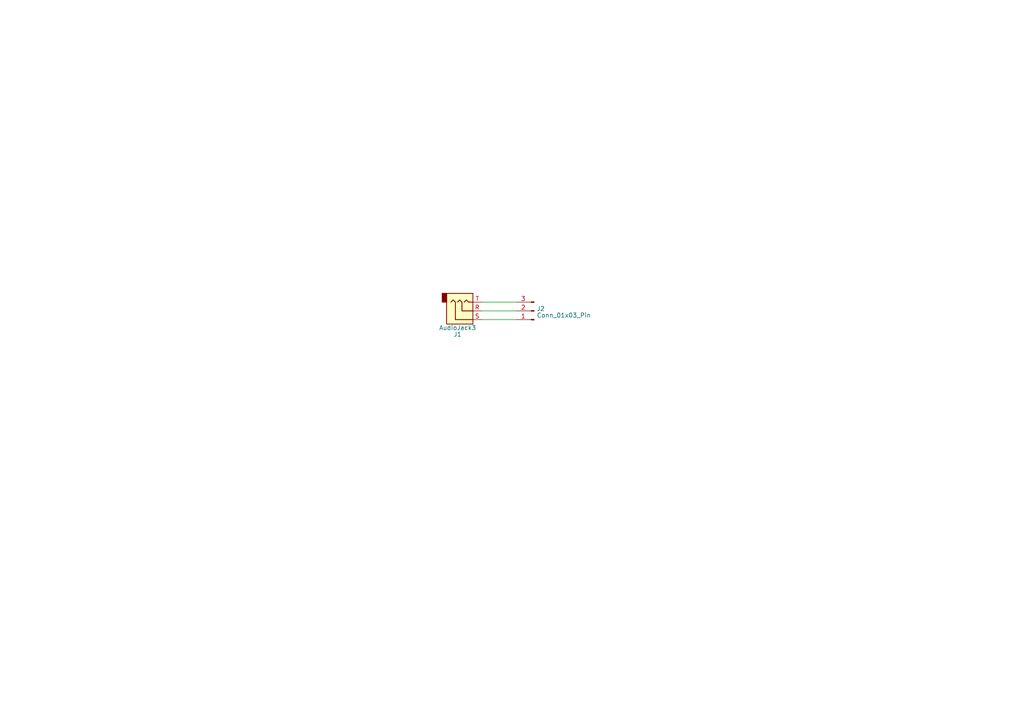
<source format=kicad_sch>
(kicad_sch (version 20230121) (generator eeschema)

  (uuid 8ea5ec2b-f607-4cf9-b19c-1299aa88fcc9)

  (paper "A4")

  (title_block
    (title "3.5mm-TRS-Jack-chan")
    (date "2023-11-17")
    (rev "20231117")
    (company "Kinoshita Laboratory")
  )

  (lib_symbols
    (symbol "Connector:Conn_01x03_Pin" (pin_names (offset 1.016) hide) (in_bom yes) (on_board yes)
      (property "Reference" "J" (at 0 5.08 0)
        (effects (font (size 1.27 1.27)))
      )
      (property "Value" "Conn_01x03_Pin" (at 0 -5.08 0)
        (effects (font (size 1.27 1.27)))
      )
      (property "Footprint" "" (at 0 0 0)
        (effects (font (size 1.27 1.27)) hide)
      )
      (property "Datasheet" "~" (at 0 0 0)
        (effects (font (size 1.27 1.27)) hide)
      )
      (property "ki_locked" "" (at 0 0 0)
        (effects (font (size 1.27 1.27)))
      )
      (property "ki_keywords" "connector" (at 0 0 0)
        (effects (font (size 1.27 1.27)) hide)
      )
      (property "ki_description" "Generic connector, single row, 01x03, script generated" (at 0 0 0)
        (effects (font (size 1.27 1.27)) hide)
      )
      (property "ki_fp_filters" "Connector*:*_1x??_*" (at 0 0 0)
        (effects (font (size 1.27 1.27)) hide)
      )
      (symbol "Conn_01x03_Pin_1_1"
        (polyline
          (pts
            (xy 1.27 -2.54)
            (xy 0.8636 -2.54)
          )
          (stroke (width 0.1524) (type default))
          (fill (type none))
        )
        (polyline
          (pts
            (xy 1.27 0)
            (xy 0.8636 0)
          )
          (stroke (width 0.1524) (type default))
          (fill (type none))
        )
        (polyline
          (pts
            (xy 1.27 2.54)
            (xy 0.8636 2.54)
          )
          (stroke (width 0.1524) (type default))
          (fill (type none))
        )
        (rectangle (start 0.8636 -2.413) (end 0 -2.667)
          (stroke (width 0.1524) (type default))
          (fill (type outline))
        )
        (rectangle (start 0.8636 0.127) (end 0 -0.127)
          (stroke (width 0.1524) (type default))
          (fill (type outline))
        )
        (rectangle (start 0.8636 2.667) (end 0 2.413)
          (stroke (width 0.1524) (type default))
          (fill (type outline))
        )
        (pin passive line (at 5.08 2.54 180) (length 3.81)
          (name "Pin_1" (effects (font (size 1.27 1.27))))
          (number "1" (effects (font (size 1.27 1.27))))
        )
        (pin passive line (at 5.08 0 180) (length 3.81)
          (name "Pin_2" (effects (font (size 1.27 1.27))))
          (number "2" (effects (font (size 1.27 1.27))))
        )
        (pin passive line (at 5.08 -2.54 180) (length 3.81)
          (name "Pin_3" (effects (font (size 1.27 1.27))))
          (number "3" (effects (font (size 1.27 1.27))))
        )
      )
    )
    (symbol "Connector_Audio:AudioJack3" (in_bom yes) (on_board yes)
      (property "Reference" "J" (at 0 8.89 0)
        (effects (font (size 1.27 1.27)))
      )
      (property "Value" "AudioJack3" (at 0 6.35 0)
        (effects (font (size 1.27 1.27)))
      )
      (property "Footprint" "" (at 0 0 0)
        (effects (font (size 1.27 1.27)) hide)
      )
      (property "Datasheet" "~" (at 0 0 0)
        (effects (font (size 1.27 1.27)) hide)
      )
      (property "ki_keywords" "audio jack receptacle stereo headphones phones TRS connector" (at 0 0 0)
        (effects (font (size 1.27 1.27)) hide)
      )
      (property "ki_description" "Audio Jack, 3 Poles (Stereo / TRS)" (at 0 0 0)
        (effects (font (size 1.27 1.27)) hide)
      )
      (property "ki_fp_filters" "Jack*" (at 0 0 0)
        (effects (font (size 1.27 1.27)) hide)
      )
      (symbol "AudioJack3_0_1"
        (rectangle (start -5.08 -5.08) (end -6.35 -2.54)
          (stroke (width 0.254) (type default))
          (fill (type outline))
        )
        (polyline
          (pts
            (xy 0 -2.54)
            (xy 0.635 -3.175)
            (xy 1.27 -2.54)
            (xy 2.54 -2.54)
          )
          (stroke (width 0.254) (type default))
          (fill (type none))
        )
        (polyline
          (pts
            (xy -1.905 -2.54)
            (xy -1.27 -3.175)
            (xy -0.635 -2.54)
            (xy -0.635 0)
            (xy 2.54 0)
          )
          (stroke (width 0.254) (type default))
          (fill (type none))
        )
        (polyline
          (pts
            (xy 2.54 2.54)
            (xy -2.54 2.54)
            (xy -2.54 -2.54)
            (xy -3.175 -3.175)
            (xy -3.81 -2.54)
          )
          (stroke (width 0.254) (type default))
          (fill (type none))
        )
        (rectangle (start 2.54 3.81) (end -5.08 -5.08)
          (stroke (width 0.254) (type default))
          (fill (type background))
        )
      )
      (symbol "AudioJack3_1_1"
        (pin passive line (at 5.08 0 180) (length 2.54)
          (name "~" (effects (font (size 1.27 1.27))))
          (number "R" (effects (font (size 1.27 1.27))))
        )
        (pin passive line (at 5.08 2.54 180) (length 2.54)
          (name "~" (effects (font (size 1.27 1.27))))
          (number "S" (effects (font (size 1.27 1.27))))
        )
        (pin passive line (at 5.08 -2.54 180) (length 2.54)
          (name "~" (effects (font (size 1.27 1.27))))
          (number "T" (effects (font (size 1.27 1.27))))
        )
      )
    )
  )


  (wire (pts (xy 139.7 90.17) (xy 149.86 90.17))
    (stroke (width 0) (type default))
    (uuid 5cde9b19-2cb5-49bb-9c5b-6cab75a78b09)
  )
  (wire (pts (xy 139.7 87.63) (xy 149.86 87.63))
    (stroke (width 0) (type default))
    (uuid c2b4bc61-8870-4643-b5f3-7cd21f9b760f)
  )
  (wire (pts (xy 139.7 92.71) (xy 149.86 92.71))
    (stroke (width 0) (type default))
    (uuid c68b2ebe-7ef1-442c-8890-2aba203b7ab9)
  )

  (symbol (lib_id "Connector_Audio:AudioJack3") (at 134.62 90.17 0) (mirror x) (unit 1)
    (in_bom yes) (on_board yes) (dnp no)
    (uuid 5b037f1e-1337-422f-814d-fa9afc5671ed)
    (property "Reference" "J1" (at 132.715 96.9899 0)
      (effects (font (size 1.27 1.27)))
    )
    (property "Value" "AudioJack3" (at 132.715 95.0689 0)
      (effects (font (size 1.27 1.27)))
    )
    (property "Footprint" "custom_footprints:3.5mm_Stereo_TRS_PJ-3210-4A_and_ST-005-G" (at 134.62 90.17 0)
      (effects (font (size 1.27 1.27)) hide)
    )
    (property "Datasheet" "~" (at 134.62 90.17 0)
      (effects (font (size 1.27 1.27)) hide)
    )
    (pin "R" (uuid c0fe3f5d-fc70-4d70-9d36-e2cc8bd09037))
    (pin "S" (uuid 7d0d261c-6ee8-4317-a417-df81acd41558))
    (pin "T" (uuid 075adac9-a95a-4f2c-844f-33c3617c4b38))
    (instances
      (project "3.5mm-TRS-Jack-chan"
        (path "/8ea5ec2b-f607-4cf9-b19c-1299aa88fcc9"
          (reference "J1") (unit 1)
        )
      )
      (project "jack_trs_3.5mm_chan"
        (path "/a5a3a84d-d572-4507-9864-ac1385031cec"
          (reference "J1") (unit 1)
        )
      )
    )
  )

  (symbol (lib_id "Connector:Conn_01x03_Pin") (at 154.94 90.17 180) (unit 1)
    (in_bom yes) (on_board yes) (dnp no) (fields_autoplaced)
    (uuid 72496269-aa22-4ff4-85db-b6df4bb5a37a)
    (property "Reference" "J2" (at 155.6512 89.5263 0)
      (effects (font (size 1.27 1.27)) (justify right))
    )
    (property "Value" "Conn_01x03_Pin" (at 155.6512 91.4473 0)
      (effects (font (size 1.27 1.27)) (justify right))
    )
    (property "Footprint" "Connector_PinSocket_2.54mm:PinSocket_1x03_P2.54mm_Vertical" (at 154.94 90.17 0)
      (effects (font (size 1.27 1.27)) hide)
    )
    (property "Datasheet" "~" (at 154.94 90.17 0)
      (effects (font (size 1.27 1.27)) hide)
    )
    (pin "1" (uuid 63b2b92f-1ca6-4772-a34f-14cdf67528e6))
    (pin "2" (uuid e7eae128-10c4-4962-9a7e-80870dfc515a))
    (pin "3" (uuid ed1e7ab9-2ce2-4a88-ba08-408987a24bd5))
    (instances
      (project "3.5mm-TRS-Jack-chan"
        (path "/8ea5ec2b-f607-4cf9-b19c-1299aa88fcc9"
          (reference "J2") (unit 1)
        )
      )
      (project "jack_trs_3.5mm_chan"
        (path "/a5a3a84d-d572-4507-9864-ac1385031cec"
          (reference "J2") (unit 1)
        )
      )
    )
  )

  (sheet_instances
    (path "/" (page "1"))
  )
)

</source>
